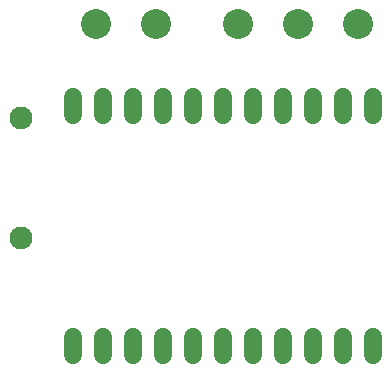
<source format=gbr>
G04 EAGLE Gerber RS-274X export*
G75*
%MOMM*%
%FSLAX34Y34*%
%LPD*%
%INTop Copper*%
%IPPOS*%
%AMOC8*
5,1,8,0,0,1.08239X$1,22.5*%
G01*
G04 Define Apertures*
%ADD10C,1.524000*%
%ADD11C,2.540000*%
%ADD12C,1.930400*%
D10*
X82550Y233680D02*
X82550Y248920D01*
X107950Y248920D02*
X107950Y233680D01*
X133350Y233680D02*
X133350Y248920D01*
X158750Y248920D02*
X158750Y233680D01*
X184150Y233680D02*
X184150Y248920D01*
X209550Y248920D02*
X209550Y233680D01*
X234950Y233680D02*
X234950Y248920D01*
X260350Y248920D02*
X260350Y233680D01*
X285750Y233680D02*
X285750Y248920D01*
X311150Y248920D02*
X311150Y233680D01*
X336550Y233680D02*
X336550Y248920D01*
X82550Y45720D02*
X82550Y30480D01*
X107950Y30480D02*
X107950Y45720D01*
X133350Y45720D02*
X133350Y30480D01*
X158750Y30480D02*
X158750Y45720D01*
X184150Y45720D02*
X184150Y30480D01*
X209550Y30480D02*
X209550Y45720D01*
X234950Y45720D02*
X234950Y30480D01*
X260350Y30480D02*
X260350Y45720D01*
X285750Y45720D02*
X285750Y30480D01*
X311150Y30480D02*
X311150Y45720D01*
X336550Y45720D02*
X336550Y30480D01*
D11*
X323850Y311150D03*
X273050Y311150D03*
X222250Y311150D03*
X101600Y311150D03*
X152400Y311150D03*
D12*
X38262Y230888D03*
X38262Y129288D03*
M02*

</source>
